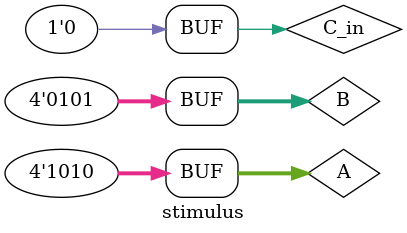
<source format=v>
`include "4bit_rippleCarryAdder.v"
module stimulus (
);
    reg [3:0] A,B;
    reg C_in;
    wire [3:0] SUM;
    wire C_out;

    ripple_FA ra(SUM,C_out,A,B,C_in);

    initial 
    begin
        $monitor($time, "A=%b, B=%b, -----SUM=%b, C_out=%b\n" , A, B, SUM, C_out);
    end

    initial begin
        A=4'b0110 ; B=4'b1010; C_in=1'b0;
        #5
        A=4'b1000 ; B=4'b0100;
        #5
        A=4'b1010 ; B=4'b0101; 
    end
endmodule
</source>
